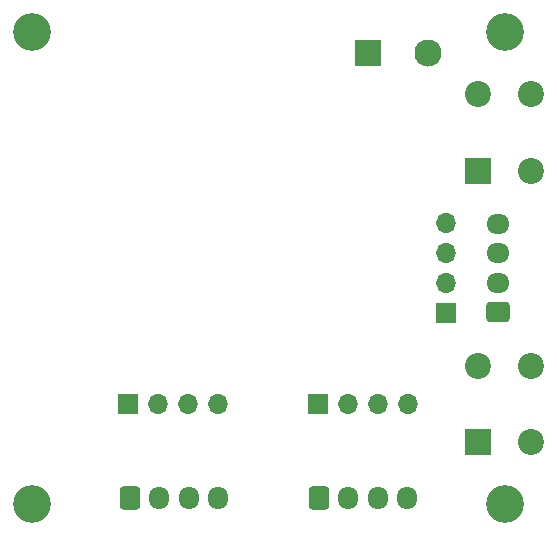
<source format=gbr>
%TF.GenerationSoftware,KiCad,Pcbnew,6.0.11-2627ca5db0~126~ubuntu20.04.1*%
%TF.CreationDate,2025-05-12T21:47:33+10:00*%
%TF.ProjectId,encoder_pcb,656e636f-6465-4725-9f70-63622e6b6963,rev?*%
%TF.SameCoordinates,Original*%
%TF.FileFunction,Soldermask,Bot*%
%TF.FilePolarity,Negative*%
%FSLAX46Y46*%
G04 Gerber Fmt 4.6, Leading zero omitted, Abs format (unit mm)*
G04 Created by KiCad (PCBNEW 6.0.11-2627ca5db0~126~ubuntu20.04.1) date 2025-05-12 21:47:33*
%MOMM*%
%LPD*%
G01*
G04 APERTURE LIST*
G04 Aperture macros list*
%AMRoundRect*
0 Rectangle with rounded corners*
0 $1 Rounding radius*
0 $2 $3 $4 $5 $6 $7 $8 $9 X,Y pos of 4 corners*
0 Add a 4 corners polygon primitive as box body*
4,1,4,$2,$3,$4,$5,$6,$7,$8,$9,$2,$3,0*
0 Add four circle primitives for the rounded corners*
1,1,$1+$1,$2,$3*
1,1,$1+$1,$4,$5*
1,1,$1+$1,$6,$7*
1,1,$1+$1,$8,$9*
0 Add four rect primitives between the rounded corners*
20,1,$1+$1,$2,$3,$4,$5,0*
20,1,$1+$1,$4,$5,$6,$7,0*
20,1,$1+$1,$6,$7,$8,$9,0*
20,1,$1+$1,$8,$9,$2,$3,0*%
G04 Aperture macros list end*
%ADD10R,1.700000X1.700000*%
%ADD11O,1.700000X1.700000*%
%ADD12C,3.200000*%
%ADD13R,2.200000X2.200000*%
%ADD14C,2.200000*%
%ADD15RoundRect,0.250000X-0.600000X-0.725000X0.600000X-0.725000X0.600000X0.725000X-0.600000X0.725000X0*%
%ADD16O,1.700000X1.950000*%
%ADD17C,2.300000*%
%ADD18RoundRect,0.250000X0.725000X-0.600000X0.725000X0.600000X-0.725000X0.600000X-0.725000X-0.600000X0*%
%ADD19O,1.950000X1.700000*%
G04 APERTURE END LIST*
D10*
%TO.C,J5*%
X159000000Y-103800000D03*
D11*
X159000000Y-101260000D03*
X159000000Y-98720000D03*
X159000000Y-96180000D03*
%TD*%
D12*
%TO.C,H4*%
X164000000Y-120000000D03*
%TD*%
D13*
%TO.C,S2*%
X161750000Y-114750000D03*
D14*
X161750000Y-108250000D03*
X166250000Y-114750000D03*
X166250000Y-108250000D03*
%TD*%
D12*
%TO.C,H3*%
X124000000Y-120000000D03*
%TD*%
D15*
%TO.C,J3*%
X132250000Y-119500000D03*
D16*
X134750000Y-119500000D03*
X137250000Y-119500000D03*
X139750000Y-119500000D03*
%TD*%
D10*
%TO.C,J6*%
X132150000Y-111475000D03*
D11*
X134690000Y-111475000D03*
X137230000Y-111475000D03*
X139770000Y-111475000D03*
%TD*%
D13*
%TO.C,S1*%
X161750000Y-91750000D03*
D14*
X161750000Y-85250000D03*
X166250000Y-91750000D03*
X166250000Y-85250000D03*
%TD*%
D13*
%TO.C,J1*%
X152438000Y-81750000D03*
D17*
X157518000Y-81750000D03*
%TD*%
D15*
%TO.C,J4*%
X148250000Y-119500000D03*
D16*
X150750000Y-119500000D03*
X153250000Y-119500000D03*
X155750000Y-119500000D03*
%TD*%
D12*
%TO.C,H1*%
X124000000Y-80000000D03*
%TD*%
D18*
%TO.C,J2*%
X163475000Y-103750000D03*
D19*
X163475000Y-101250000D03*
X163475000Y-98750000D03*
X163475000Y-96250000D03*
%TD*%
D12*
%TO.C,H2*%
X164000000Y-80000000D03*
%TD*%
D10*
%TO.C,J7*%
X148200000Y-111500000D03*
D11*
X150740000Y-111500000D03*
X153280000Y-111500000D03*
X155820000Y-111500000D03*
%TD*%
M02*

</source>
